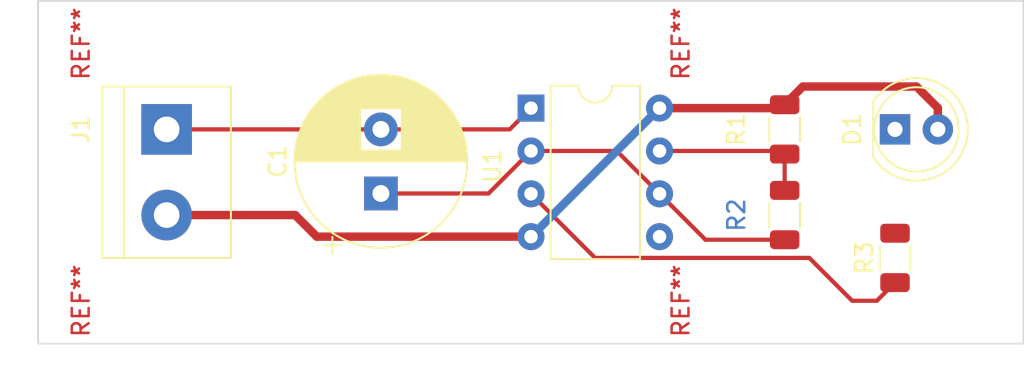
<source format=kicad_pcb>
(kicad_pcb (version 20221018) (generator pcbnew)
  (layers (0 "F.Cu" signal) (31 "B.Cu" signal) (34 "B.Paste" user) (35 "F.Paste" user) (36 "B.SilkS" user "B.Silkscreen") (37 "F.SilkS" user "F.Silkscreen") (38 "B.Mask" user) (39 "F.Mask" user) (44 "Edge.Cuts" user))
  (net 0 "")
  (net 1 "Net-(U1-THR)")
  (net 2 "GND")
  (net 3 "Net-(D1-K)")
  (net 4 "+12V")
  (net 5 "Net-(U1-DIS)")
  (net 6 "555out")
  (footprint "MountingHole:MountingHole_2mm" (layer "F.Cu") (at 106.68 93.98)
    (fp_text reference "REF**" (at -2.54 0 90) (layer "F.Cu"))
    (fp_text value "MountingHole_2mm")
    (pad "" np_thru_hole circle (at 0 0) (size 2 2) (drill 2) (layers "*.Cu" "*.Mask"))
  )
  (footprint "TerminalBlock:TerminalBlock_bornier-2_P5.08mm" (layer "F.Cu") (at 109.22 83.82 -90)
    (fp_text reference "J1" (at 0 5.08 90) (layer "F.SilkS"))
    (fp_text value "Cin")
    (fp_line (start -2.54 -3.81) (end -2.54 3.81) (stroke (width 0.12)) (layer "F.SilkS"))
    (fp_line (start -2.54 3.81) (end 7.62 3.81) (stroke (width 0.12)) (layer "F.SilkS"))
    (fp_line (start 7.62 -3.81) (end -2.54 -3.81) (stroke (width 0.12)) (layer "F.SilkS"))
    (fp_line (start 7.62 2.54) (end -2.54 2.54) (stroke (width 0.12)) (layer "F.SilkS"))
    (fp_line (start 7.62 3.81) (end 7.62 -3.81) (stroke (width 0.12)) (layer "F.SilkS"))
    (pad "1" thru_hole rect (at 0 0 270) (size 3 3) (drill 1.52) (layers "*.Cu" "*.Mask") (net 2 "GND"))
    (pad "2" thru_hole circle (at 5.08 0 270) (size 3 3) (drill 1.52) (layers "*.Cu" "*.Mask") (net 4 "+12V"))
  )
  (footprint "Capacitor_THT:CP_Radial_D10.0mm_P3.80mm" (layer "F.Cu") (at 121.92 87.62 90)
    (fp_text reference "C1" (at 1.9 -6.12 90) (layer "F.SilkS"))
    (fp_text value "10pF")
    (fp_line (start -3.579646 -2.875) (end -2.579646 -2.875) (stroke (width 0.12)) (layer "F.SilkS"))
    (fp_line (start -3.079646 -3.375) (end -3.079646 -2.375) (stroke (width 0.12)) (layer "F.SilkS"))
    (fp_line (start 1.9 -5.08) (end 1.9 5.08) (stroke (width 0.12)) (layer "F.SilkS"))
    (fp_line (start 1.94 -5.08) (end 1.94 5.08) (stroke (width 0.12)) (layer "F.SilkS"))
    (fp_line (start 1.98 -5.08) (end 1.98 5.08) (stroke (width 0.12)) (layer "F.SilkS"))
    (fp_line (start 2.02 -5.079) (end 2.02 5.079) (stroke (width 0.12)) (layer "F.SilkS"))
    (fp_line (start 2.06 -5.078) (end 2.06 5.078) (stroke (width 0.12)) (layer "F.SilkS"))
    (fp_line (start 2.1 -5.077) (end 2.1 5.077) (stroke (width 0.12)) (layer "F.SilkS"))
    (fp_line (start 2.14 -5.075) (end 2.14 5.075) (stroke (width 0.12)) (layer "F.SilkS"))
    (fp_line (start 2.18 -5.073) (end 2.18 5.073) (stroke (width 0.12)) (layer "F.SilkS"))
    (fp_line (start 2.22 -5.07) (end 2.22 5.07) (stroke (width 0.12)) (layer "F.SilkS"))
    (fp_line (start 2.26 -5.068) (end 2.26 5.068) (stroke (width 0.12)) (layer "F.SilkS"))
    (fp_line (start 2.3 -5.065) (end 2.3 5.065) (stroke (width 0.12)) (layer "F.SilkS"))
    (fp_line (start 2.34 -5.062) (end 2.34 5.062) (stroke (width 0.12)) (layer "F.SilkS"))
    (fp_line (start 2.38 -5.058) (end 2.38 5.058) (stroke (width 0.12)) (layer "F.SilkS"))
    (fp_line (start 2.42 -5.054) (end 2.42 5.054) (stroke (width 0.12)) (layer "F.SilkS"))
    (fp_line (start 2.46 -5.05) (end 2.46 5.05) (stroke (width 0.12)) (layer "F.SilkS"))
    (fp_line (start 2.5 -5.045) (end 2.5 5.045) (stroke (width 0.12)) (layer "F.SilkS"))
    (fp_line (start 2.54 -5.04) (end 2.54 5.04) (stroke (width 0.12)) (layer "F.SilkS"))
    (fp_line (start 2.58 -5.035) (end 2.58 -1.241) (stroke (width 0.12)) (layer "F.SilkS"))
    (fp_line (start 2.58 1.241) (end 2.58 5.035) (stroke (width 0.12)) (layer "F.SilkS"))
    (fp_line (start 2.621 -5.03) (end 2.621 -1.241) (stroke (width 0.12)) (layer "F.SilkS"))
    (fp_line (start 2.621 1.241) (end 2.621 5.03) (stroke (width 0.12)) (layer "F.SilkS"))
    (fp_line (start 2.661 -5.024) (end 2.661 -1.241) (stroke (width 0.12)) (layer "F.SilkS"))
    (fp_line (start 2.661 1.241) (end 2.661 5.024) (stroke (width 0.12)) (layer "F.SilkS"))
    (fp_line (start 2.701 -5.018) (end 2.701 -1.241) (stroke (width 0.12)) (layer "F.SilkS"))
    (fp_line (start 2.701 1.241) (end 2.701 5.018) (stroke (width 0.12)) (layer "F.SilkS"))
    (fp_line (start 2.741 -5.011) (end 2.741 -1.241) (stroke (width 0.12)) (layer "F.SilkS"))
    (fp_line (start 2.741 1.241) (end 2.741 5.011) (stroke (width 0.12)) (layer "F.SilkS"))
    (fp_line (start 2.781 -5.004) (end 2.781 -1.241) (stroke (width 0.12)) (layer "F.SilkS"))
    (fp_line (start 2.781 1.241) (end 2.781 5.004) (stroke (width 0.12)) (layer "F.SilkS"))
    (fp_line (start 2.821 -4.997) (end 2.821 -1.241) (stroke (width 0.12)) (layer "F.SilkS"))
    (fp_line (start 2.821 1.241) (end 2.821 4.997) (stroke (width 0.12)) (layer "F.SilkS"))
    (fp_line (start 2.861 -4.99) (end 2.861 -1.241) (stroke (width 0.12)) (layer "F.SilkS"))
    (fp_line (start 2.861 1.241) (end 2.861 4.99) (stroke (width 0.12)) (layer "F.SilkS"))
    (fp_line (start 2.901 -4.982) (end 2.901 -1.241) (stroke (width 0.12)) (layer "F.SilkS"))
    (fp_line (start 2.901 1.241) (end 2.901 4.982) (stroke (width 0.12)) (layer "F.SilkS"))
    (fp_line (start 2.941 -4.974) (end 2.941 -1.241) (stroke (width 0.12)) (layer "F.SilkS"))
    (fp_line (start 2.941 1.241) (end 2.941 4.974) (stroke (width 0.12)) (layer "F.SilkS"))
    (fp_line (start 2.981 -4.965) (end 2.981 -1.241) (stroke (width 0.12)) (layer "F.SilkS"))
    (fp_line (start 2.981 1.241) (end 2.981 4.965) (stroke (width 0.12)) (layer "F.SilkS"))
    (fp_line (start 3.021 -4.956) (end 3.021 -1.241) (stroke (width 0.12)) (layer "F.SilkS"))
    (fp_line (start 3.021 1.241) (end 3.021 4.956) (stroke (width 0.12)) (layer "F.SilkS"))
    (fp_line (start 3.061 -4.947) (end 3.061 -1.241) (stroke (width 0.12)) (layer "F.SilkS"))
    (fp_line (start 3.061 1.241) (end 3.061 4.947) (stroke (width 0.12)) (layer "F.SilkS"))
    (fp_line (start 3.101 -4.938) (end 3.101 -1.241) (stroke (width 0.12)) (layer "F.SilkS"))
    (fp_line (start 3.101 1.241) (end 3.101 4.938) (stroke (width 0.12)) (layer "F.SilkS"))
    (fp_line (start 3.141 -4.928) (end 3.141 -1.241) (stroke (width 0.12)) (layer "F.SilkS"))
    (fp_line (start 3.141 1.241) (end 3.141 4.928) (stroke (width 0.12)) (layer "F.SilkS"))
    (fp_line (start 3.181 -4.918) (end 3.181 -1.241) (stroke (width 0.12)) (layer "F.SilkS"))
    (fp_line (start 3.181 1.241) (end 3.181 4.918) (stroke (width 0.12)) (layer "F.SilkS"))
    (fp_line (start 3.221 -4.907) (end 3.221 -1.241) (stroke (width 0.12)) (layer "F.SilkS"))
    (fp_line (start 3.221 1.241) (end 3.221 4.907) (stroke (width 0.12)) (layer "F.SilkS"))
    (fp_line (start 3.261 -4.897) (end 3.261 -1.241) (stroke (width 0.12)) (layer "F.SilkS"))
    (fp_line (start 3.261 1.241) (end 3.261 4.897) (stroke (width 0.12)) (layer "F.SilkS"))
    (fp_line (start 3.301 -4.885) (end 3.301 -1.241) (stroke (width 0.12)) (layer "F.SilkS"))
    (fp_line (start 3.301 1.241) (end 3.301 4.885) (stroke (width 0.12)) (layer "F.SilkS"))
    (fp_line (start 3.341 -4.874) (end 3.341 -1.241) (stroke (width 0.12)) (layer "F.SilkS"))
    (fp_line (start 3.341 1.241) (end 3.341 4.874) (stroke (width 0.12)) (layer "F.SilkS"))
    (fp_line (start 3.381 -4.862) (end 3.381 -1.241) (stroke (width 0.12)) (layer "F.SilkS"))
    (fp_line (start 3.381 1.241) (end 3.381 4.862) (stroke (width 0.12)) (layer "F.SilkS"))
    (fp_line (start 3.421 -4.85) (end 3.421 -1.241) (stroke (width 0.12)) (layer "F.SilkS"))
    (fp_line (start 3.421 1.241) (end 3.421 4.85) (stroke (width 0.12)) (layer "F.SilkS"))
    (fp_line (start 3.461 -4.837) (end 3.461 -1.241) (stroke (width 0.12)) (layer "F.SilkS"))
    (fp_line (start 3.461 1.241) (end 3.461 4.837) (stroke (width 0.12)) (layer "F.SilkS"))
    (fp_line (start 3.501 -4.824) (end 3.501 -1.241) (stroke (width 0.12)) (layer "F.SilkS"))
    (fp_line (start 3.501 1.241) (end 3.501 4.824) (stroke (width 0.12)) (layer "F.SilkS"))
    (fp_line (start 3.541 -4.811) (end 3.541 -1.241) (stroke (width 0.12)) (layer "F.SilkS"))
    (fp_line (start 3.541 1.241) (end 3.541 4.811) (stroke (width 0.12)) (layer "F.SilkS"))
    (fp_line (start 3.581 -4.797) (end 3.581 -1.241) (stroke (width 0.12)) (layer "F.SilkS"))
    (fp_line (start 3.581 1.241) (end 3.581 4.797) (stroke (width 0.12)) (layer "F.SilkS"))
    (fp_line (start 3.621 -4.783) (end 3.621 -1.241) (stroke (width 0.12)) (layer "F.SilkS"))
    (fp_line (start 3.621 1.241) (end 3.621 4.783) (stroke (width 0.12)) (layer "F.SilkS"))
    (fp_line (start 3.661 -4.768) (end 3.661 -1.241) (stroke (width 0.12)) (layer "F.SilkS"))
    (fp_line (start 3.661 1.241) (end 3.661 4.768) (stroke (width 0.12)) (layer "F.SilkS"))
    (fp_line (start 3.701 -4.754) (end 3.701 -1.241) (stroke (width 0.12)) (layer "F.SilkS"))
    (fp_line (start 3.701 1.241) (end 3.701 4.754) (stroke (width 0.12)) (layer "F.SilkS"))
    (fp_line (start 3.741 -4.738) (end 3.741 -1.241) (stroke (width 0.12)) (layer "F.SilkS"))
    (fp_line (start 3.741 1.241) (end 3.741 4.738) (stroke (width 0.12)) (layer "F.SilkS"))
    (fp_line (start 3.781 -4.723) (end 3.781 -1.241) (stroke (width 0.12)) (layer "F.SilkS"))
    (fp_line (start 3.781 1.241) (end 3.781 4.723) (stroke (width 0.12)) (layer "F.SilkS"))
    (fp_line (start 3.821 -4.707) (end 3.821 -1.241) (stroke (width 0.12)) (layer "F.SilkS"))
    (fp_line (start 3.821 1.241) (end 3.821 4.707) (stroke (width 0.12)) (layer "F.SilkS"))
    (fp_line (start 3.861 -4.69) (end 3.861 -1.241) (stroke (width 0.12)) (layer "F.SilkS"))
    (fp_line (start 3.861 1.241) (end 3.861 4.69) (stroke (width 0.12)) (layer "F.SilkS"))
    (fp_line (start 3.901 -4.674) (end 3.901 -1.241) (stroke (width 0.12)) (layer "F.SilkS"))
    (fp_line (start 3.901 1.241) (end 3.901 4.674) (stroke (width 0.12)) (layer "F.SilkS"))
    (fp_line (start 3.941 -4.657) (end 3.941 -1.241) (stroke (width 0.12)) (layer "F.SilkS"))
    (fp_line (start 3.941 1.241) (end 3.941 4.657) (stroke (width 0.12)) (layer "F.SilkS"))
    (fp_line (start 3.981 -4.639) (end 3.981 -1.241) (stroke (width 0.12)) (layer "F.SilkS"))
    (fp_line (start 3.981 1.241) (end 3.981 4.639) (stroke (width 0.12)) (layer "F.SilkS"))
    (fp_line (start 4.021 -4.621) (end 4.021 -1.241) (stroke (width 0.12)) (layer "F.SilkS"))
    (fp_line (start 4.021 1.241) (end 4.021 4.621) (stroke (width 0.12)) (layer "F.SilkS"))
    (fp_line (start 4.061 -4.603) (end 4.061 -1.241) (stroke (width 0.12)) (layer "F.SilkS"))
    (fp_line (start 4.061 1.241) (end 4.061 4.603) (stroke (width 0.12)) (layer "F.SilkS"))
    (fp_line (start 4.101 -4.584) (end 4.101 -1.241) (stroke (width 0.12)) (layer "F.SilkS"))
    (fp_line (start 4.101 1.241) (end 4.101 4.584) (stroke (width 0.12)) (layer "F.SilkS"))
    (fp_line (start 4.141 -4.564) (end 4.141 -1.241) (stroke (width 0.12)) (layer "F.SilkS"))
    (fp_line (start 4.141 1.241) (end 4.141 4.564) (stroke (width 0.12)) (layer "F.SilkS"))
    (fp_line (start 4.181 -4.545) (end 4.181 -1.241) (stroke (width 0.12)) (layer "F.SilkS"))
    (fp_line (start 4.181 1.241) (end 4.181 4.545) (stroke (width 0.12)) (layer "F.SilkS"))
    (fp_line (start 4.221 -4.525) (end 4.221 -1.241) (stroke (width 0.12)) (layer "F.SilkS"))
    (fp_line (start 4.221 1.241) (end 4.221 4.525) (stroke (width 0.12)) (layer "F.SilkS"))
    (fp_line (start 4.261 -4.504) (end 4.261 -1.241) (stroke (width 0.12)) (layer "F.SilkS"))
    (fp_line (start 4.261 1.241) (end 4.261 4.504) (stroke (width 0.12)) (layer "F.SilkS"))
    (fp_line (start 4.301 -4.483) (end 4.301 -1.241) (stroke (width 0.12)) (layer "F.SilkS"))
    (fp_line (start 4.301 1.241) (end 4.301 4.483) (stroke (width 0.12)) (layer "F.SilkS"))
    (fp_line (start 4.341 -4.462) (end 4.341 -1.241) (stroke (width 0.12)) (layer "F.SilkS"))
    (fp_line (start 4.341 1.241) (end 4.341 4.462) (stroke (width 0.12)) (layer "F.SilkS"))
    (fp_line (start 4.381 -4.44) (end 4.381 -1.241) (stroke (width 0.12)) (layer "F.SilkS"))
    (fp_line (start 4.381 1.241) (end 4.381 4.44) (stroke (width 0.12)) (layer "F.SilkS"))
    (fp_line (start 4.421 -4.417) (end 4.421 -1.241) (stroke (width 0.12)) (layer "F.SilkS"))
    (fp_line (start 4.421 1.241) (end 4.421 4.417) (stroke (width 0.12)) (layer "F.SilkS"))
    (fp_line (start 4.461 -4.395) (end 4.461 -1.241) (stroke (width 0.12)) (layer "F.SilkS"))
    (fp_line (start 4.461 1.241) (end 4.461 4.395) (stroke (width 0.12)) (layer "F.SilkS"))
    (fp_line (start 4.501 -4.371) (end 4.501 -1.241) (stroke (width 0.12)) (layer "F.SilkS"))
    (fp_line (start 4.501 1.241) (end 4.501 4.371) (stroke (width 0.12)) (layer "F.SilkS"))
    (fp_line (start 4.541 -4.347) (end 4.541 -1.241) (stroke (width 0.12)) (layer "F.SilkS"))
    (fp_line (start 4.541 1.241) (end 4.541 4.347) (stroke (width 0.12)) (layer "F.SilkS"))
    (fp_line (start 4.581 -4.323) (end 4.581 -1.241) (stroke (width 0.12)) (layer "F.SilkS"))
    (fp_line (start 4.581 1.241) (end 4.581 4.323) (stroke (width 0.12)) (layer "F.SilkS"))
    (fp_line (start 4.621 -4.298) (end 4.621 -1.241) (stroke (width 0.12)) (layer "F.SilkS"))
    (fp_line (start 4.621 1.241) (end 4.621 4.298) (stroke (width 0.12)) (layer "F.SilkS"))
    (fp_line (start 4.661 -4.273) (end 4.661 -1.241) (stroke (width 0.12)) (layer "F.SilkS"))
    (fp_line (start 4.661 1.241) (end 4.661 4.273) (stroke (width 0.12)) (layer "F.SilkS"))
    (fp_line (start 4.701 -4.247) (end 4.701 -1.241) (stroke (width 0.12)) (layer "F.SilkS"))
    (fp_line (start 4.701 1.241) (end 4.701 4.247) (stroke (width 0.12)) (layer "F.SilkS"))
    (fp_line (start 4.741 -4.221) (end 4.741 -1.241) (stroke (width 0.12)) (layer "F.SilkS"))
    (fp_line (start 4.741 1.241) (end 4.741 4.221) (stroke (width 0.12)) (layer "F.SilkS"))
    (fp_line (start 4.781 -4.194) (end 4.781 -1.241) (stroke (width 0.12)) (layer "F.SilkS"))
    (fp_line (start 4.781 1.241) (end 4.781 4.194) (stroke (width 0.12)) (layer "F.SilkS"))
    (fp_line (start 4.821 -4.166) (end 4.821 -1.241) (stroke (width 0.12)) (layer "F.SilkS"))
    (fp_line (start 4.821 1.241) (end 4.821 4.166) (stroke (width 0.12)) (layer "F.SilkS"))
    (fp_line (start 4.861 -4.138) (end 4.861 -1.241) (stroke (width 0.12)) (layer "F.SilkS"))
    (fp_line (start 4.861 1.241) (end 4.861 4.138) (stroke (width 0.12)) (layer "F.SilkS"))
    (fp_line (start 4.901 -4.11) (end 4.901 -1.241) (stroke (width 0.12)) (layer "F.SilkS"))
    (fp_line (start 4.901 1.241) (end 4.901 4.11) (stroke (width 0.12)) (layer "F.SilkS"))
    (fp_line (start 4.941 -4.08) (end 4.941 -1.241) (stroke (width 0.12)) (layer "F.SilkS"))
    (fp_line (start 4.941 1.241) (end 4.941 4.08) (stroke (width 0.12)) (layer "F.SilkS"))
    (fp_line (start 4.981 -4.05) (end 4.981 -1.241) (stroke (width 0.12)) (layer "F.SilkS"))
    (fp_line (start 4.981 1.241) (end 4.981 4.05) (stroke (width 0.12)) (layer "F.SilkS"))
    (fp_line (start 5.021 -4.02) (end 5.021 -1.241) (stroke (width 0.12)) (layer "F.SilkS"))
    (fp_line (start 5.021 1.241) (end 5.021 4.02) (stroke (width 0.12)) (layer "F.SilkS"))
    (fp_line (start 5.061 -3.989) (end 5.061 3.989) (stroke (width 0.12)) (layer "F.SilkS"))
    (fp_line (start 5.101 -3.957) (end 5.101 3.957) (stroke (width 0.12)) (layer "F.SilkS"))
    (fp_line (start 5.141 -3.925) (end 5.141 3.925) (stroke (width 0.12)) (layer "F.SilkS"))
    (fp_line (start 5.181 -3.892) (end 5.181 3.892) (stroke (width 0.12)) (layer "F.SilkS"))
    (fp_line (start 5.221 -3.858) (end 5.221 3.858) (stroke (width 0.12)) (layer "F.SilkS"))
    (fp_line (start 5.261 -3.824) (end 5.261 3.824) (stroke (width 0.12)) (layer "F.SilkS"))
    (fp_line (start 5.301 -3.789) (end 5.301 3.789) (stroke (width 0.12)) (layer "F.SilkS"))
    (fp_line (start 5.341 -3.753) (end 5.341 3.753) (stroke (width 0.12)) (layer "F.SilkS"))
    (fp_line (start 5.381 -3.716) (end 5.381 3.716) (stroke (width 0.12)) (layer "F.SilkS"))
    (fp_line (start 5.421 -3.679) (end 5.421 3.679) (stroke (width 0.12)) (layer "F.SilkS"))
    (fp_line (start 5.461 -3.64) (end 5.461 3.64) (stroke (width 0.12)) (layer "F.SilkS"))
    (fp_line (start 5.501 -3.601) (end 5.501 3.601) (stroke (width 0.12)) (layer "F.SilkS"))
    (fp_line (start 5.541 -3.561) (end 5.541 3.561) (stroke (width 0.12)) (layer "F.SilkS"))
    (fp_line (start 5.581 -3.52) (end 5.581 3.52) (stroke (width 0.12)) (layer "F.SilkS"))
    (fp_line (start 5.621 -3.478) (end 5.621 3.478) (stroke (width 0.12)) (layer "F.SilkS"))
    (fp_line (start 5.661 -3.436) (end 5.661 3.436) (stroke (width 0.12)) (layer "F.SilkS"))
    (fp_line (start 5.701 -3.392) (end 5.701 3.392) (stroke (width 0.12)) (layer "F.SilkS"))
    (fp_line (start 5.741 -3.347) (end 5.741 3.347) (stroke (width 0.12)) (layer "F.SilkS"))
    (fp_line (start 5.781 -3.301) (end 5.781 3.301) (stroke (width 0.12)) (layer "F.SilkS"))
    (fp_line (start 5.821 -3.254) (end 5.821 3.254) (stroke (width 0.12)) (layer "F.SilkS"))
    (fp_line (start 5.861 -3.206) (end 5.861 3.206) (stroke (width 0.12)) (layer "F.SilkS"))
    (fp_line (start 5.901 -3.156) (end 5.901 3.156) (stroke (width 0.12)) (layer "F.SilkS"))
    (fp_line (start 5.941 -3.106) (end 5.941 3.106) (stroke (width 0.12)) (layer "F.SilkS"))
    (fp_line (start 5.981 -3.054) (end 5.981 3.054) (stroke (width 0.12)) (layer "F.SilkS"))
    (fp_line (start 6.021 -3) (end 6.021 3) (stroke (width 0.12)) (layer "F.SilkS"))
    (fp_line (start 6.061 -2.945) (end 6.061 2.945) (stroke (width 0.12)) (layer "F.SilkS"))
    (fp_line (start 6.101 -2.889) (end 6.101 2.889) (stroke (width 0.12)) (layer "F.SilkS"))
    (fp_line (start 6.141 -2.83) (end 6.141 2.83) (stroke (width 0.12)) (layer "F.SilkS"))
    (fp_line (start 6.181 -2.77) (end 6.181 2.77) (stroke (width 0.12)) (layer "F.SilkS"))
    (fp_line (start 6.221 -2.709) (end 6.221 2.709) (stroke (width 0.12)) (layer "F.SilkS"))
    (fp_line (start 6.261 -2.645) (end 6.261 2.645) (stroke (width 0.12)) (layer "F.SilkS"))
    (fp_line (start 6.301 -2.579) (end 6.301 2.579) (stroke (width 0.12)) (layer "F.SilkS"))
    (fp_line (start 6.341 -2.51) (end 6.341 2.51) (stroke (width 0.12)) (layer "F.SilkS"))
    (fp_line (start 6.381 -2.439) (end 6.381 2.439) (stroke (width 0.12)) (layer "F.SilkS"))
    (fp_line (start 6.421 -2.365) (end 6.421 2.365) (stroke (width 0.12)) (layer "F.SilkS"))
    (fp_line (start 6.461 -2.289) (end 6.461 2.289) (stroke (width 0.12)) (layer "F.SilkS"))
    (fp_line (start 6.501 -2.209) (end 6.501 2.209) (stroke (width 0.12)) (layer "F.SilkS"))
    (fp_line (start 6.541 -2.125) (end 6.541 2.125) (stroke (width 0.12)) (layer "F.SilkS"))
    (fp_line (start 6.581 -2.037) (end 6.581 2.037) (stroke (width 0.12)) (layer "F.SilkS"))
    (fp_line (start 6.621 -1.944) (end 6.621 1.944) (stroke (width 0.12)) (layer "F.SilkS"))
    (fp_line (start 6.661 -1.846) (end 6.661 1.846) (stroke (width 0.12)) (layer "F.SilkS"))
    (fp_line (start 6.701 -1.742) (end 6.701 1.742) (stroke (width 0.12)) (layer "F.SilkS"))
    (fp_line (start 6.741 -1.63) (end 6.741 1.63) (stroke (width 0.12)) (layer "F.SilkS"))
    (fp_line (start 6.781 -1.51) (end 6.781 1.51) (stroke (width 0.12)) (layer "F.SilkS"))
    (fp_line (start 6.821 -1.378) (end 6.821 1.378) (stroke (width 0.12)) (layer "F.SilkS"))
    (fp_line (start 6.861 -1.23) (end 6.861 1.23) (stroke (width 0.12)) (layer "F.SilkS"))
    (fp_line (start 6.901 -1.062) (end 6.901 1.062) (stroke (width 0.12)) (layer "F.SilkS"))
    (fp_line (start 6.941 -0.862) (end 6.941 0.862) (stroke (width 0.12)) (layer "F.SilkS"))
    (fp_line (start 6.981 -0.599) (end 6.981 0.599) (stroke (width 0.12)) (layer "F.SilkS"))
    (fp_circle (center 1.9 0) (end 7.02 0) (stroke (width 0.12)) (fill none) (layer "F.SilkS"))
    (pad "1" thru_hole rect (at 0 0 90) (size 2 2) (drill 1) (layers "*.Cu" "*.Mask") (net 1 "Net-(U1-THR)"))
    (pad "2" thru_hole circle (at 3.8 0 90) (size 2 2) (drill 1) (layers "*.Cu" "*.Mask") (net 2 "GND"))
  )
  (footprint "Package_DIP:DIP-8_W7.62mm" (layer "F.Cu") (at 130.82 82.56)
    (fp_text reference "U1" (at -2.28 3.44 90) (layer "F.SilkS"))
    (fp_text value "NE555P")
    (fp_line (start 1.16 -1.33) (end 1.16 8.95) (stroke (width 0.12)) (layer "F.SilkS"))
    (fp_line (start 1.16 8.95) (end 6.46 8.95) (stroke (width 0.12)) (layer "F.SilkS"))
    (fp_line (start 2.81 -1.33) (end 1.16 -1.33) (stroke (width 0.12)) (layer "F.SilkS"))
    (fp_line (start 6.46 -1.33) (end 4.81 -1.33) (stroke (width 0.12)) (layer "F.SilkS"))
    (fp_line (start 6.46 8.95) (end 6.46 -1.33) (stroke (width 0.12)) (layer "F.SilkS"))
    (fp_arc (start 4.81 -1.33) (mid 3.81 -0.33) (end 2.81 -1.33) (stroke (width 0.12)) (layer "F.SilkS"))
    (pad "1" thru_hole rect (at 0 0) (size 1.6 1.6) (drill 0.8) (layers "*.Cu" "*.Mask") (net 2 "GND"))
    (pad "2" thru_hole oval (at 0 2.54) (size 1.6 1.6) (drill 0.8) (layers "*.Cu" "*.Mask") (net 1 "Net-(U1-THR)"))
    (pad "3" thru_hole oval (at 0 5.08) (size 1.6 1.6) (drill 0.8) (layers "*.Cu" "*.Mask") (net 6 "555out"))
    (pad "4" thru_hole oval (at 0 7.62) (size 1.6 1.6) (drill 0.8) (layers "*.Cu" "*.Mask") (net 4 "+12V"))
    (pad "5" thru_hole oval (at 7.62 7.62) (size 1.6 1.6) (drill 0.8) (layers "*.Cu" "*.Mask"))
    (pad "6" thru_hole oval (at 7.62 5.08) (size 1.6 1.6) (drill 0.8) (layers "*.Cu" "*.Mask") (net 1 "Net-(U1-THR)"))
    (pad "7" thru_hole oval (at 7.62 2.54) (size 1.6 1.6) (drill 0.8) (layers "*.Cu" "*.Mask") (net 5 "Net-(U1-DIS)"))
    (pad "8" thru_hole oval (at 7.62 0) (size 1.6 1.6) (drill 0.8) (layers "*.Cu" "*.Mask") (net 4 "+12V"))
  )
  (footprint "Resistor_SMD:R_1206_3216Metric" (layer "F.Cu") (at 145.8575 83.82 -90)
    (fp_text reference "R1" (at 0 2.8575 90) (layer "F.SilkS"))
    (fp_text value "6k8")
    (fp_line (start -0.727064 -0.91) (end 0.727064 -0.91) (stroke (width 0.12)) (layer "F.SilkS"))
    (fp_line (start -0.727064 0.91) (end 0.727064 0.91) (stroke (width 0.12)) (layer "F.SilkS"))
    (pad "1" smd roundrect (at -1.4625 0 270) (size 1.125 1.75) (layers "F.Cu" "F.Paste" "F.Mask") (roundrect_rratio 0.222222) (net 4 "+12V"))
    (pad "2" smd roundrect (at 1.4625 0 270) (size 1.125 1.75) (layers "F.Cu" "F.Paste" "F.Mask") (roundrect_rratio 0.222222) (net 5 "Net-(U1-DIS)"))
  )
  (footprint "Resistor_SMD:R_1206_3216Metric" (layer "F.Cu") (at 145.8575 88.9 -90)
    (fp_text reference "R2" (at 0 2.8575 90) (layer "B.Cu"))
    (fp_text value "18k")
    (fp_line (start -0.727064 -0.91) (end 0.727064 -0.91) (stroke (width 0.12)) (layer "F.SilkS"))
    (fp_line (start -0.727064 0.91) (end 0.727064 0.91) (stroke (width 0.12)) (layer "F.SilkS"))
    (pad "1" smd roundrect (at -1.4625 0 270) (size 1.125 1.75) (layers "F.Cu" "F.Paste" "F.Mask") (roundrect_rratio 0.222222) (net 5 "Net-(U1-DIS)"))
    (pad "2" smd roundrect (at 1.4625 0 270) (size 1.125 1.75) (layers "F.Cu" "F.Paste" "F.Mask") (roundrect_rratio 0.222222) (net 1 "Net-(U1-THR)"))
  )
  (footprint "MountingHole:MountingHole_2mm" (layer "F.Cu") (at 142.24 78.74)
    (fp_text reference "REF**" (at -2.54 0 90) (layer "F.Cu"))
    (fp_text value "MountingHole_2mm")
    (pad "" np_thru_hole circle (at 0 0) (size 2 2) (drill 2) (layers "*.Cu" "*.Mask"))
  )
  (footprint "Resistor_SMD:R_1206_3216Metric" (layer "F.Cu") (at 152.4 91.44 90)
    (fp_text reference "R3" (at 0 -1.82 90) (layer "F.SilkS"))
    (fp_text value "220")
    (fp_line (start -0.727064 -0.91) (end 0.727064 -0.91) (stroke (width 0.12)) (layer "F.SilkS"))
    (fp_line (start -0.727064 0.91) (end 0.727064 0.91) (stroke (width 0.12)) (layer "F.SilkS"))
    (pad "1" smd roundrect (at -1.4625 0 90) (size 1.125 1.75) (layers "F.Cu" "F.Paste" "F.Mask") (roundrect_rratio 0.222222) (net 6 "555out"))
    (pad "2" smd roundrect (at 1.4625 0 90) (size 1.125 1.75) (layers "F.Cu" "F.Paste" "F.Mask") (roundrect_rratio 0.222222) (net 3 "Net-(D1-K)"))
  )
  (footprint "LED_THT:LED_D5.0mm_FlatTop" (layer "F.Cu") (at 152.4 83.82)
    (fp_text reference "D1" (at -2.54 0 90) (layer "F.SilkS"))
    (fp_text value "LED")
    (fp_line (start -1.29 -1.64) (end -1.29 1.64) (stroke (width 0.12)) (layer "F.SilkS"))
    (fp_arc (start -1.29 -1.639512) (mid 2.125106 -2.917258) (end 4.309999 0.001958) (stroke (width 0.12)) (layer "F.SilkS"))
    (fp_arc (start 4.309999 -0.001958) (mid 2.125106 2.917258) (end -1.29 1.639512) (stroke (width 0.12)) (layer "F.SilkS"))
    (fp_circle (center 1.27 0) (end 3.77 0) (stroke (width 0.12)) (fill none) (layer "F.SilkS"))
    (pad "1" thru_hole rect (at 0 0) (size 1.8 1.8) (drill 0.9) (layers "*.Cu" "*.Mask") (net 3 "Net-(D1-K)"))
    (pad "2" thru_hole circle (at 2.54 0) (size 1.8 1.8) (drill 0.9) (layers "*.Cu" "*.Mask") (net 4 "+12V"))
  )
  (footprint "MountingHole:MountingHole_2mm" (layer "F.Cu") (at 106.68 78.74)
    (fp_text reference "REF**" (at -2.54 0 90) (layer "F.Cu"))
    (fp_text value "MountingHole_2mm")
    (pad "" np_thru_hole circle (at 0 0) (size 2 2) (drill 2) (layers "*.Cu" "*.Mask"))
  )
  (footprint "MountingHole:MountingHole_2mm" (layer "F.Cu") (at 142.24 93.98)
    (fp_text reference "REF**" (at -2.54 0 90) (layer "F.Cu"))
    (fp_text value "MountingHole_2mm")
    (pad "" np_thru_hole circle (at 0 0) (size 2 2) (drill 2) (layers "*.Cu" "*.Mask"))
  )
  (gr_rect (start 101.6 76.2) (end 160.02 96.52) (stroke (width 0.1)) (fill none) (layer "Edge.Cuts"))
  (segment (start 121.92 87.62) (end 128.3 87.62) (width 0.25) (layer "F.Cu") (net 1))
  (segment (start 130.82 85.1) (end 135.9 85.1) (width 0.25) (layer "F.Cu") (net 1))
  (segment (start 145.8575 90.3625) (end 141.1625 90.3625) (width 0.25) (layer "F.Cu") (net 1))
  (segment (start 135.9 85.1) (end 138.44 87.64) (width 0.25) (layer "F.Cu") (net 1))
  (segment (start 128.3 87.62) (end 130.82 85.1) (width 0.25) (layer "F.Cu") (net 1))
  (segment (start 141.1625 90.3625) (end 138.44 87.64) (width 0.25) (layer "F.Cu") (net 1))
  (segment (start 129.56 83.82) (end 130.82 82.56) (width 0.25) (layer "F.Cu") (net 2))
  (segment (start 121.92 83.82) (end 129.56 83.82) (width 0.25) (layer "F.Cu") (net 2))
  (segment (start 109.22 83.82) (end 121.92 83.82) (width 0.25) (layer "F.Cu") (net 2))
  (segment (start 109.22 88.9) (end 116.84 88.9) (width 0.5) (layer "F.Cu") (net 4))
  (segment (start 146.935 81.28) (end 153.672792 81.28) (width 0.5) (layer "F.Cu") (net 4))
  (segment (start 118.12 90.18) (end 130.82 90.18) (width 0.5) (layer "F.Cu") (net 4))
  (segment (start 153.672792 81.28) (end 154.94 82.547208) (width 0.5) (layer "F.Cu") (net 4))
  (segment (start 116.84 88.9) (end 118.12 90.18) (width 0.5) (layer "F.Cu") (net 4))
  (segment (start 138.44 82.56) (end 145.655 82.56) (width 0.5) (layer "F.Cu") (net 4))
  (segment (start 145.655 82.56) (end 145.8575 82.3575) (width 0.5) (layer "F.Cu") (net 4))
  (segment (start 145.8575 82.3575) (end 146.935 81.28) (width 0.5) (layer "F.Cu") (net 4))
  (segment (start 154.94 82.547208) (end 154.94 83.82) (width 0.5) (layer "F.Cu") (net 4))
  (segment (start 130.82 90.18) (end 138.44 82.56) (width 0.5) (layer "B.Cu") (net 4))
  (segment (start 138.44 85.1) (end 145.675 85.1) (width 0.25) (layer "F.Cu") (net 5))
  (segment (start 145.8575 85.2825) (end 145.8575 87.4375) (width 0.25) (layer "F.Cu") (net 5))
  (segment (start 145.675 85.1) (end 145.8575 85.2825) (width 0.25) (layer "F.Cu") (net 5))
  (segment (start 130.82 87.64) (end 134.62 91.44) (width 0.25) (layer "F.Cu") (net 6))
  (segment (start 134.62 91.44) (end 147.32 91.44) (width 0.25) (layer "F.Cu") (net 6))
  (segment (start 151.3225 93.98) (end 152.4 92.9025) (width 0.25) (layer "F.Cu") (net 6))
  (segment (start 147.32 91.44) (end 149.86 93.98) (width 0.25) (layer "F.Cu") (net 6))
  (segment (start 149.86 93.98) (end 151.3225 93.98) (width 0.25) (layer "F.Cu") (net 6))
)
</source>
